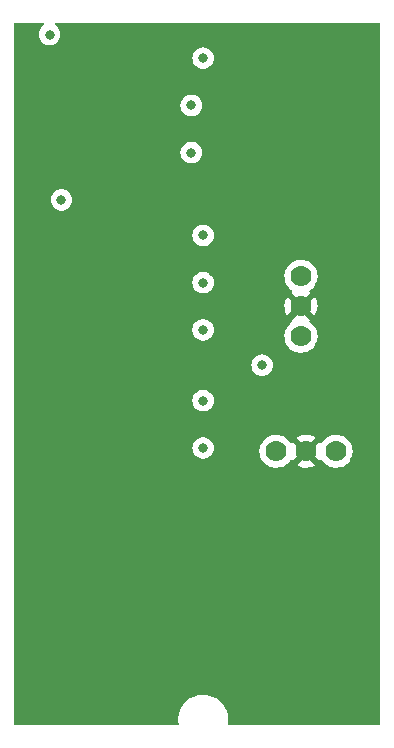
<source format=gbr>
%TF.GenerationSoftware,KiCad,Pcbnew,(6.0.4)*%
%TF.CreationDate,2022-11-04T10:04:38-04:00*%
%TF.ProjectId,controller board,636f6e74-726f-46c6-9c65-7220626f6172,rev?*%
%TF.SameCoordinates,Original*%
%TF.FileFunction,Copper,L2,Inr*%
%TF.FilePolarity,Positive*%
%FSLAX46Y46*%
G04 Gerber Fmt 4.6, Leading zero omitted, Abs format (unit mm)*
G04 Created by KiCad (PCBNEW (6.0.4)) date 2022-11-04 10:04:38*
%MOMM*%
%LPD*%
G01*
G04 APERTURE LIST*
%TA.AperFunction,ComponentPad*%
%ADD10C,1.778000*%
%TD*%
%TA.AperFunction,ViaPad*%
%ADD11C,0.800000*%
%TD*%
G04 APERTURE END LIST*
D10*
%TO.N,+24V*%
%TO.C,U2*%
X131254000Y-85286000D03*
%TO.N,GND*%
X128714000Y-85286000D03*
%TO.N,+12V*%
X126174000Y-85286000D03*
%TD*%
%TO.N,+24V*%
%TO.C,U1*%
X128286000Y-70460000D03*
%TO.N,GND*%
X128286000Y-73000000D03*
%TO.N,+3V3*%
X128286000Y-75540000D03*
%TD*%
D11*
%TO.N,GND*%
X129500000Y-91000000D03*
X134000000Y-64500000D03*
X109500000Y-78000000D03*
X121500000Y-101500000D03*
X120000000Y-100000000D03*
X123000000Y-98500000D03*
X111500000Y-50000000D03*
X134000000Y-69000000D03*
X122981048Y-99981808D03*
X123000000Y-104500000D03*
X134000000Y-91000000D03*
X134000000Y-66000000D03*
X123000000Y-101500000D03*
X126500000Y-91000000D03*
X120000000Y-101500000D03*
X132500000Y-66000000D03*
X131000000Y-91000000D03*
X134000000Y-67500000D03*
X132500000Y-64500000D03*
X122981048Y-102996739D03*
X120000000Y-98500000D03*
X132500000Y-91000000D03*
X132500000Y-67500000D03*
X121500000Y-97000000D03*
X121500000Y-98500000D03*
X121500000Y-103000000D03*
X128000000Y-91000000D03*
X121500000Y-100000000D03*
X120000000Y-103000000D03*
X123000000Y-97000000D03*
%TO.N,+3V3*%
X120000000Y-52000000D03*
%TO.N,/CH1 EN*%
X107000000Y-50000000D03*
%TO.N,/CH1 CW*%
X119000000Y-56000000D03*
%TO.N,/CH1 WW*%
X108000000Y-64000000D03*
X119000000Y-60000000D03*
%TO.N,/CH2 EN*%
X120000000Y-67000000D03*
%TO.N,/CH2 CW*%
X120000000Y-71000000D03*
%TO.N,/CH2 WW*%
X120000000Y-75000000D03*
%TO.N,/CH3 EN*%
X120000000Y-81000000D03*
%TO.N,/CH3 CW*%
X120000000Y-85000000D03*
%TO.N,/CH3 WW*%
X125000000Y-78000000D03*
%TD*%
%TA.AperFunction,Conductor*%
%TO.N,GND*%
G36*
X106511083Y-49020002D02*
G01*
X106557576Y-49073658D01*
X106567680Y-49143932D01*
X106538186Y-49208512D01*
X106517025Y-49227934D01*
X106388747Y-49321134D01*
X106260960Y-49463056D01*
X106165473Y-49628444D01*
X106106458Y-49810072D01*
X106086496Y-50000000D01*
X106106458Y-50189928D01*
X106165473Y-50371556D01*
X106260960Y-50536944D01*
X106388747Y-50678866D01*
X106543248Y-50791118D01*
X106549276Y-50793802D01*
X106549278Y-50793803D01*
X106711681Y-50866109D01*
X106717712Y-50868794D01*
X106811112Y-50888647D01*
X106898056Y-50907128D01*
X106898061Y-50907128D01*
X106904513Y-50908500D01*
X107095487Y-50908500D01*
X107101939Y-50907128D01*
X107101944Y-50907128D01*
X107188887Y-50888647D01*
X107282288Y-50868794D01*
X107288319Y-50866109D01*
X107450722Y-50793803D01*
X107450724Y-50793802D01*
X107456752Y-50791118D01*
X107611253Y-50678866D01*
X107739040Y-50536944D01*
X107834527Y-50371556D01*
X107893542Y-50189928D01*
X107913504Y-50000000D01*
X107893542Y-49810072D01*
X107834527Y-49628444D01*
X107739040Y-49463056D01*
X107611253Y-49321134D01*
X107482976Y-49227935D01*
X107439623Y-49171714D01*
X107433548Y-49100978D01*
X107466679Y-49038186D01*
X107528499Y-49003274D01*
X107557038Y-49000000D01*
X134874000Y-49000000D01*
X134942121Y-49020002D01*
X134988614Y-49073658D01*
X135000000Y-49126000D01*
X135000000Y-108374000D01*
X134979998Y-108442121D01*
X134926342Y-108488614D01*
X134874000Y-108500000D01*
X122203822Y-108500000D01*
X122135701Y-108479998D01*
X122089208Y-108426342D01*
X122079079Y-108356247D01*
X122107146Y-108159036D01*
X122107146Y-108159034D01*
X122107751Y-108154784D01*
X122107845Y-108136951D01*
X122109235Y-107871583D01*
X122109235Y-107871576D01*
X122109257Y-107867297D01*
X122071732Y-107582266D01*
X121995871Y-107304964D01*
X121883077Y-107040524D01*
X121735439Y-106793839D01*
X121555687Y-106569472D01*
X121347149Y-106371577D01*
X121113683Y-106203814D01*
X121091843Y-106192250D01*
X121068654Y-106179972D01*
X120859608Y-106069288D01*
X120589627Y-105970489D01*
X120308736Y-105909245D01*
X120277685Y-105906801D01*
X120085718Y-105891693D01*
X120085709Y-105891693D01*
X120083261Y-105891500D01*
X119927729Y-105891500D01*
X119925593Y-105891646D01*
X119925582Y-105891646D01*
X119717452Y-105905835D01*
X119717446Y-105905836D01*
X119713175Y-105906127D01*
X119708980Y-105906996D01*
X119708978Y-105906996D01*
X119572416Y-105935277D01*
X119431658Y-105964426D01*
X119160657Y-106060393D01*
X118905188Y-106192250D01*
X118901687Y-106194711D01*
X118901683Y-106194713D01*
X118891594Y-106201804D01*
X118669977Y-106357559D01*
X118459378Y-106553260D01*
X118277287Y-106775732D01*
X118127073Y-107020858D01*
X118011517Y-107284102D01*
X117932756Y-107560594D01*
X117892249Y-107845216D01*
X117892227Y-107849505D01*
X117892226Y-107849512D01*
X117890765Y-108128417D01*
X117890743Y-108132703D01*
X117891302Y-108136947D01*
X117891302Y-108136951D01*
X117920345Y-108357554D01*
X117909406Y-108427703D01*
X117862277Y-108480801D01*
X117795423Y-108500000D01*
X104126000Y-108500000D01*
X104057879Y-108479998D01*
X104011386Y-108426342D01*
X104000000Y-108374000D01*
X104000000Y-85000000D01*
X119086496Y-85000000D01*
X119106458Y-85189928D01*
X119165473Y-85371556D01*
X119260960Y-85536944D01*
X119265378Y-85541851D01*
X119265379Y-85541852D01*
X119363123Y-85650408D01*
X119388747Y-85678866D01*
X119543248Y-85791118D01*
X119549276Y-85793802D01*
X119549278Y-85793803D01*
X119711681Y-85866109D01*
X119717712Y-85868794D01*
X119811113Y-85888647D01*
X119898056Y-85907128D01*
X119898061Y-85907128D01*
X119904513Y-85908500D01*
X120095487Y-85908500D01*
X120101939Y-85907128D01*
X120101944Y-85907128D01*
X120188887Y-85888647D01*
X120282288Y-85868794D01*
X120288319Y-85866109D01*
X120450722Y-85793803D01*
X120450724Y-85793802D01*
X120456752Y-85791118D01*
X120611253Y-85678866D01*
X120636877Y-85650408D01*
X120734621Y-85541852D01*
X120734622Y-85541851D01*
X120739040Y-85536944D01*
X120834527Y-85371556D01*
X120873458Y-85251739D01*
X124772129Y-85251739D01*
X124785357Y-85481161D01*
X124786492Y-85486198D01*
X124786493Y-85486204D01*
X124797928Y-85536944D01*
X124835878Y-85705342D01*
X124922336Y-85918261D01*
X125042408Y-86114200D01*
X125192869Y-86287898D01*
X125369679Y-86434689D01*
X125568090Y-86550631D01*
X125572910Y-86552471D01*
X125572915Y-86552474D01*
X125678073Y-86592629D01*
X125782774Y-86632610D01*
X125787842Y-86633641D01*
X125787845Y-86633642D01*
X125898534Y-86656162D01*
X126007963Y-86678426D01*
X126013136Y-86678616D01*
X126013139Y-86678616D01*
X126232448Y-86686657D01*
X126232452Y-86686657D01*
X126237612Y-86686846D01*
X126242732Y-86686190D01*
X126242734Y-86686190D01*
X126460425Y-86658304D01*
X126460428Y-86658303D01*
X126465552Y-86657647D01*
X126472139Y-86655671D01*
X126680710Y-86593096D01*
X126685663Y-86591610D01*
X126892033Y-86490511D01*
X126896845Y-86487079D01*
X126963737Y-86439365D01*
X127925464Y-86439365D01*
X127930745Y-86446420D01*
X128103846Y-86547571D01*
X128113132Y-86552021D01*
X128318083Y-86630283D01*
X128327981Y-86633159D01*
X128542962Y-86676897D01*
X128553190Y-86678116D01*
X128772425Y-86686156D01*
X128782711Y-86685689D01*
X129000320Y-86657813D01*
X129010398Y-86655671D01*
X129220527Y-86592629D01*
X129230125Y-86588868D01*
X129427138Y-86492352D01*
X129435983Y-86487079D01*
X129491209Y-86447686D01*
X129499609Y-86436987D01*
X129492622Y-86423833D01*
X128726811Y-85658021D01*
X128712868Y-85650408D01*
X128711034Y-85650539D01*
X128704420Y-85654790D01*
X127932221Y-86426990D01*
X127925464Y-86439365D01*
X126963737Y-86439365D01*
X127074916Y-86360062D01*
X127079119Y-86357064D01*
X127241898Y-86194852D01*
X127332003Y-86069458D01*
X127342005Y-86055538D01*
X127398000Y-86011890D01*
X127468703Y-86005444D01*
X127531668Y-86038247D01*
X127551761Y-86063229D01*
X127552100Y-86063782D01*
X127562555Y-86073241D01*
X127571331Y-86069458D01*
X128341979Y-85298811D01*
X128348356Y-85287132D01*
X129078408Y-85287132D01*
X129078539Y-85288966D01*
X129082790Y-85295580D01*
X129852425Y-86065214D01*
X129864431Y-86071770D01*
X129876169Y-86062803D01*
X129881403Y-86055518D01*
X129937397Y-86011870D01*
X130008101Y-86005423D01*
X130071066Y-86038225D01*
X130091160Y-86063208D01*
X130122408Y-86114200D01*
X130272869Y-86287898D01*
X130449679Y-86434689D01*
X130648090Y-86550631D01*
X130652910Y-86552471D01*
X130652915Y-86552474D01*
X130758073Y-86592629D01*
X130862774Y-86632610D01*
X130867842Y-86633641D01*
X130867845Y-86633642D01*
X130978534Y-86656162D01*
X131087963Y-86678426D01*
X131093136Y-86678616D01*
X131093139Y-86678616D01*
X131312448Y-86686657D01*
X131312452Y-86686657D01*
X131317612Y-86686846D01*
X131322732Y-86686190D01*
X131322734Y-86686190D01*
X131540425Y-86658304D01*
X131540428Y-86658303D01*
X131545552Y-86657647D01*
X131552139Y-86655671D01*
X131760710Y-86593096D01*
X131765663Y-86591610D01*
X131972033Y-86490511D01*
X131976845Y-86487079D01*
X132154916Y-86360062D01*
X132159119Y-86357064D01*
X132321898Y-86194852D01*
X132412003Y-86069458D01*
X132452979Y-86012433D01*
X132455997Y-86008233D01*
X132557816Y-85802217D01*
X132573739Y-85749808D01*
X132623117Y-85587291D01*
X132623118Y-85587285D01*
X132624621Y-85582339D01*
X132640544Y-85461389D01*
X132654179Y-85357823D01*
X132654179Y-85357819D01*
X132654616Y-85354502D01*
X132656290Y-85286000D01*
X132650058Y-85210194D01*
X132637884Y-85062121D01*
X132637883Y-85062115D01*
X132637460Y-85056970D01*
X132581477Y-84834090D01*
X132489843Y-84623347D01*
X132487037Y-84619009D01*
X132367830Y-84434743D01*
X132367828Y-84434740D01*
X132365020Y-84430400D01*
X132265596Y-84321134D01*
X132213837Y-84264252D01*
X132213835Y-84264251D01*
X132210359Y-84260430D01*
X132206308Y-84257231D01*
X132206304Y-84257227D01*
X132046733Y-84131206D01*
X132030015Y-84118003D01*
X131828831Y-84006943D01*
X131711611Y-83965433D01*
X131617084Y-83931959D01*
X131617080Y-83931958D01*
X131612209Y-83930233D01*
X131607116Y-83929326D01*
X131607113Y-83929325D01*
X131391056Y-83890839D01*
X131391050Y-83890838D01*
X131385967Y-83889933D01*
X131312784Y-83889039D01*
X131161351Y-83887189D01*
X131161349Y-83887189D01*
X131156181Y-83887126D01*
X131004610Y-83910319D01*
X130934131Y-83921104D01*
X130934128Y-83921105D01*
X130929022Y-83921886D01*
X130906263Y-83929325D01*
X130715504Y-83991675D01*
X130715502Y-83991676D01*
X130710591Y-83993281D01*
X130506753Y-84099392D01*
X130502620Y-84102495D01*
X130502617Y-84102497D01*
X130327118Y-84234265D01*
X130322983Y-84237370D01*
X130164216Y-84403510D01*
X130161302Y-84407782D01*
X130161301Y-84407783D01*
X130123596Y-84463056D01*
X130092261Y-84508993D01*
X130087759Y-84515592D01*
X130032848Y-84560595D01*
X129962323Y-84568766D01*
X129898576Y-84537512D01*
X129877879Y-84513029D01*
X129875268Y-84508993D01*
X129864582Y-84499791D01*
X129855017Y-84504194D01*
X129086021Y-85273189D01*
X129078408Y-85287132D01*
X128348356Y-85287132D01*
X128349592Y-85284868D01*
X128349461Y-85283034D01*
X128345210Y-85276420D01*
X127575778Y-84506989D01*
X127564246Y-84500692D01*
X127551965Y-84510314D01*
X127548360Y-84515599D01*
X127493448Y-84560602D01*
X127422923Y-84568773D01*
X127359176Y-84537519D01*
X127338479Y-84513035D01*
X127287830Y-84434743D01*
X127287828Y-84434740D01*
X127285020Y-84430400D01*
X127185596Y-84321134D01*
X127133837Y-84264252D01*
X127133835Y-84264251D01*
X127130359Y-84260430D01*
X127126308Y-84257231D01*
X127126304Y-84257227D01*
X126970993Y-84134570D01*
X127927365Y-84134570D01*
X127934108Y-84146897D01*
X128701189Y-84913979D01*
X128715132Y-84921592D01*
X128716966Y-84921461D01*
X128723580Y-84917210D01*
X129495162Y-84145627D01*
X129502179Y-84132776D01*
X129494405Y-84122107D01*
X129493796Y-84121625D01*
X129485210Y-84115921D01*
X129293151Y-84009900D01*
X129283752Y-84005675D01*
X129076950Y-83932443D01*
X129066993Y-83929813D01*
X128851008Y-83891339D01*
X128840757Y-83890370D01*
X128621386Y-83887690D01*
X128611102Y-83888410D01*
X128394251Y-83921592D01*
X128384224Y-83923981D01*
X128175704Y-83992135D01*
X128166195Y-83996132D01*
X127971603Y-84097431D01*
X127962890Y-84102918D01*
X127935819Y-84123244D01*
X127927365Y-84134570D01*
X126970993Y-84134570D01*
X126966733Y-84131206D01*
X126950015Y-84118003D01*
X126748831Y-84006943D01*
X126631611Y-83965433D01*
X126537084Y-83931959D01*
X126537080Y-83931958D01*
X126532209Y-83930233D01*
X126527116Y-83929326D01*
X126527113Y-83929325D01*
X126311056Y-83890839D01*
X126311050Y-83890838D01*
X126305967Y-83889933D01*
X126232784Y-83889039D01*
X126081351Y-83887189D01*
X126081349Y-83887189D01*
X126076181Y-83887126D01*
X125924610Y-83910319D01*
X125854131Y-83921104D01*
X125854128Y-83921105D01*
X125849022Y-83921886D01*
X125826263Y-83929325D01*
X125635504Y-83991675D01*
X125635502Y-83991676D01*
X125630591Y-83993281D01*
X125426753Y-84099392D01*
X125422620Y-84102495D01*
X125422617Y-84102497D01*
X125247118Y-84234265D01*
X125242983Y-84237370D01*
X125084216Y-84403510D01*
X125081302Y-84407782D01*
X125081301Y-84407783D01*
X125043596Y-84463056D01*
X124954716Y-84593350D01*
X124857961Y-84801792D01*
X124796548Y-85023237D01*
X124772129Y-85251739D01*
X120873458Y-85251739D01*
X120893542Y-85189928D01*
X120913504Y-85000000D01*
X120904463Y-84913979D01*
X120894232Y-84816635D01*
X120894232Y-84816633D01*
X120893542Y-84810072D01*
X120834527Y-84628444D01*
X120814266Y-84593350D01*
X120742341Y-84468774D01*
X120739040Y-84463056D01*
X120709637Y-84430400D01*
X120615675Y-84326045D01*
X120615674Y-84326044D01*
X120611253Y-84321134D01*
X120456752Y-84208882D01*
X120450724Y-84206198D01*
X120450722Y-84206197D01*
X120288319Y-84133891D01*
X120288318Y-84133891D01*
X120282288Y-84131206D01*
X120188888Y-84111353D01*
X120101944Y-84092872D01*
X120101939Y-84092872D01*
X120095487Y-84091500D01*
X119904513Y-84091500D01*
X119898061Y-84092872D01*
X119898056Y-84092872D01*
X119811112Y-84111353D01*
X119717712Y-84131206D01*
X119711682Y-84133891D01*
X119711681Y-84133891D01*
X119549278Y-84206197D01*
X119549276Y-84206198D01*
X119543248Y-84208882D01*
X119388747Y-84321134D01*
X119384326Y-84326044D01*
X119384325Y-84326045D01*
X119290364Y-84430400D01*
X119260960Y-84463056D01*
X119257659Y-84468774D01*
X119185735Y-84593350D01*
X119165473Y-84628444D01*
X119106458Y-84810072D01*
X119105768Y-84816633D01*
X119105768Y-84816635D01*
X119095537Y-84913979D01*
X119086496Y-85000000D01*
X104000000Y-85000000D01*
X104000000Y-81000000D01*
X119086496Y-81000000D01*
X119106458Y-81189928D01*
X119165473Y-81371556D01*
X119260960Y-81536944D01*
X119388747Y-81678866D01*
X119543248Y-81791118D01*
X119549276Y-81793802D01*
X119549278Y-81793803D01*
X119711681Y-81866109D01*
X119717712Y-81868794D01*
X119811113Y-81888647D01*
X119898056Y-81907128D01*
X119898061Y-81907128D01*
X119904513Y-81908500D01*
X120095487Y-81908500D01*
X120101939Y-81907128D01*
X120101944Y-81907128D01*
X120188887Y-81888647D01*
X120282288Y-81868794D01*
X120288319Y-81866109D01*
X120450722Y-81793803D01*
X120450724Y-81793802D01*
X120456752Y-81791118D01*
X120611253Y-81678866D01*
X120739040Y-81536944D01*
X120834527Y-81371556D01*
X120893542Y-81189928D01*
X120913504Y-81000000D01*
X120893542Y-80810072D01*
X120834527Y-80628444D01*
X120739040Y-80463056D01*
X120611253Y-80321134D01*
X120456752Y-80208882D01*
X120450724Y-80206198D01*
X120450722Y-80206197D01*
X120288319Y-80133891D01*
X120288318Y-80133891D01*
X120282288Y-80131206D01*
X120188888Y-80111353D01*
X120101944Y-80092872D01*
X120101939Y-80092872D01*
X120095487Y-80091500D01*
X119904513Y-80091500D01*
X119898061Y-80092872D01*
X119898056Y-80092872D01*
X119811112Y-80111353D01*
X119717712Y-80131206D01*
X119711682Y-80133891D01*
X119711681Y-80133891D01*
X119549278Y-80206197D01*
X119549276Y-80206198D01*
X119543248Y-80208882D01*
X119388747Y-80321134D01*
X119260960Y-80463056D01*
X119165473Y-80628444D01*
X119106458Y-80810072D01*
X119086496Y-81000000D01*
X104000000Y-81000000D01*
X104000000Y-78000000D01*
X124086496Y-78000000D01*
X124106458Y-78189928D01*
X124165473Y-78371556D01*
X124260960Y-78536944D01*
X124388747Y-78678866D01*
X124543248Y-78791118D01*
X124549276Y-78793802D01*
X124549278Y-78793803D01*
X124711681Y-78866109D01*
X124717712Y-78868794D01*
X124811112Y-78888647D01*
X124898056Y-78907128D01*
X124898061Y-78907128D01*
X124904513Y-78908500D01*
X125095487Y-78908500D01*
X125101939Y-78907128D01*
X125101944Y-78907128D01*
X125188888Y-78888647D01*
X125282288Y-78868794D01*
X125288319Y-78866109D01*
X125450722Y-78793803D01*
X125450724Y-78793802D01*
X125456752Y-78791118D01*
X125611253Y-78678866D01*
X125739040Y-78536944D01*
X125834527Y-78371556D01*
X125893542Y-78189928D01*
X125913504Y-78000000D01*
X125893542Y-77810072D01*
X125834527Y-77628444D01*
X125739040Y-77463056D01*
X125611253Y-77321134D01*
X125456752Y-77208882D01*
X125450724Y-77206198D01*
X125450722Y-77206197D01*
X125288319Y-77133891D01*
X125288318Y-77133891D01*
X125282288Y-77131206D01*
X125188888Y-77111353D01*
X125101944Y-77092872D01*
X125101939Y-77092872D01*
X125095487Y-77091500D01*
X124904513Y-77091500D01*
X124898061Y-77092872D01*
X124898056Y-77092872D01*
X124811112Y-77111353D01*
X124717712Y-77131206D01*
X124711682Y-77133891D01*
X124711681Y-77133891D01*
X124549278Y-77206197D01*
X124549276Y-77206198D01*
X124543248Y-77208882D01*
X124388747Y-77321134D01*
X124260960Y-77463056D01*
X124165473Y-77628444D01*
X124106458Y-77810072D01*
X124086496Y-78000000D01*
X104000000Y-78000000D01*
X104000000Y-75000000D01*
X119086496Y-75000000D01*
X119087186Y-75006565D01*
X119096282Y-75093104D01*
X119106458Y-75189928D01*
X119165473Y-75371556D01*
X119260960Y-75536944D01*
X119388747Y-75678866D01*
X119543248Y-75791118D01*
X119549276Y-75793802D01*
X119549278Y-75793803D01*
X119711681Y-75866109D01*
X119717712Y-75868794D01*
X119811112Y-75888647D01*
X119898056Y-75907128D01*
X119898061Y-75907128D01*
X119904513Y-75908500D01*
X120095487Y-75908500D01*
X120101939Y-75907128D01*
X120101944Y-75907128D01*
X120188888Y-75888647D01*
X120282288Y-75868794D01*
X120288319Y-75866109D01*
X120450722Y-75793803D01*
X120450724Y-75793802D01*
X120456752Y-75791118D01*
X120611253Y-75678866D01*
X120739040Y-75536944D01*
X120757056Y-75505739D01*
X126884129Y-75505739D01*
X126884426Y-75510892D01*
X126884426Y-75510895D01*
X126885911Y-75536646D01*
X126897357Y-75735161D01*
X126898492Y-75740198D01*
X126898493Y-75740204D01*
X126909967Y-75791118D01*
X126947878Y-75959342D01*
X127034336Y-76172261D01*
X127154408Y-76368200D01*
X127304869Y-76541898D01*
X127481679Y-76688689D01*
X127680090Y-76804631D01*
X127684910Y-76806471D01*
X127684915Y-76806474D01*
X127791296Y-76847096D01*
X127894774Y-76886610D01*
X127899842Y-76887641D01*
X127899845Y-76887642D01*
X128010534Y-76910162D01*
X128119963Y-76932426D01*
X128125136Y-76932616D01*
X128125139Y-76932616D01*
X128344448Y-76940657D01*
X128344452Y-76940657D01*
X128349612Y-76940846D01*
X128354732Y-76940190D01*
X128354734Y-76940190D01*
X128572425Y-76912304D01*
X128572428Y-76912303D01*
X128577552Y-76911647D01*
X128797663Y-76845610D01*
X129004033Y-76744511D01*
X129191119Y-76611064D01*
X129353898Y-76448852D01*
X129487997Y-76262233D01*
X129589816Y-76056217D01*
X129605739Y-76003808D01*
X129655117Y-75841291D01*
X129655118Y-75841285D01*
X129656621Y-75836339D01*
X129676841Y-75682749D01*
X129686179Y-75611823D01*
X129686179Y-75611819D01*
X129686616Y-75608502D01*
X129688290Y-75540000D01*
X129674441Y-75371556D01*
X129669884Y-75316121D01*
X129669883Y-75316115D01*
X129669460Y-75310970D01*
X129613477Y-75088090D01*
X129521843Y-74877347D01*
X129519037Y-74873009D01*
X129399830Y-74688743D01*
X129399828Y-74688740D01*
X129397020Y-74684400D01*
X129340897Y-74622721D01*
X129245837Y-74518252D01*
X129245835Y-74518251D01*
X129242359Y-74514430D01*
X129238308Y-74511231D01*
X129238304Y-74511227D01*
X129066072Y-74375207D01*
X129062015Y-74372003D01*
X129061224Y-74371567D01*
X129016351Y-74318161D01*
X129007316Y-74247742D01*
X129037788Y-74183617D01*
X129058579Y-74164988D01*
X129063210Y-74161685D01*
X129071609Y-74150987D01*
X129064622Y-74137833D01*
X128298811Y-73372021D01*
X128284868Y-73364408D01*
X128283034Y-73364539D01*
X128276420Y-73368790D01*
X127504221Y-74140990D01*
X127497464Y-74153365D01*
X127502745Y-74160420D01*
X127503784Y-74161027D01*
X127552508Y-74212665D01*
X127565579Y-74282448D01*
X127538848Y-74348220D01*
X127515867Y-74370575D01*
X127392694Y-74463056D01*
X127354983Y-74491370D01*
X127196216Y-74657510D01*
X127066716Y-74847350D01*
X127018338Y-74951571D01*
X126995859Y-75000000D01*
X126969961Y-75055792D01*
X126908548Y-75277237D01*
X126884129Y-75505739D01*
X120757056Y-75505739D01*
X120834527Y-75371556D01*
X120893542Y-75189928D01*
X120903719Y-75093104D01*
X120912814Y-75006565D01*
X120913504Y-75000000D01*
X120900157Y-74873009D01*
X120894232Y-74816635D01*
X120894232Y-74816633D01*
X120893542Y-74810072D01*
X120834527Y-74628444D01*
X120739040Y-74463056D01*
X120659941Y-74375207D01*
X120615675Y-74326045D01*
X120615674Y-74326044D01*
X120611253Y-74321134D01*
X120456752Y-74208882D01*
X120450724Y-74206198D01*
X120450722Y-74206197D01*
X120288319Y-74133891D01*
X120288318Y-74133891D01*
X120282288Y-74131206D01*
X120188888Y-74111353D01*
X120101944Y-74092872D01*
X120101939Y-74092872D01*
X120095487Y-74091500D01*
X119904513Y-74091500D01*
X119898061Y-74092872D01*
X119898056Y-74092872D01*
X119811112Y-74111353D01*
X119717712Y-74131206D01*
X119711682Y-74133891D01*
X119711681Y-74133891D01*
X119549278Y-74206197D01*
X119549276Y-74206198D01*
X119543248Y-74208882D01*
X119388747Y-74321134D01*
X119384326Y-74326044D01*
X119384325Y-74326045D01*
X119340060Y-74375207D01*
X119260960Y-74463056D01*
X119165473Y-74628444D01*
X119106458Y-74810072D01*
X119105768Y-74816633D01*
X119105768Y-74816635D01*
X119099843Y-74873009D01*
X119086496Y-75000000D01*
X104000000Y-75000000D01*
X104000000Y-72970907D01*
X126884927Y-72970907D01*
X126897557Y-73189932D01*
X126898990Y-73200134D01*
X126947219Y-73414143D01*
X126950302Y-73423983D01*
X127032837Y-73627240D01*
X127037490Y-73636451D01*
X127124098Y-73777780D01*
X127134555Y-73787241D01*
X127143331Y-73783458D01*
X127913979Y-73012811D01*
X127920356Y-73001132D01*
X128650408Y-73001132D01*
X128650539Y-73002966D01*
X128654790Y-73009580D01*
X129424425Y-73779214D01*
X129436431Y-73785770D01*
X129448170Y-73776802D01*
X129484549Y-73726174D01*
X129489860Y-73717335D01*
X129587056Y-73520675D01*
X129590854Y-73511082D01*
X129654628Y-73301177D01*
X129656805Y-73291107D01*
X129685677Y-73071799D01*
X129686196Y-73065124D01*
X129687706Y-73003364D01*
X129687512Y-72996646D01*
X129669389Y-72776203D01*
X129667706Y-72766041D01*
X129614261Y-72553263D01*
X129610943Y-72543516D01*
X129523462Y-72342323D01*
X129518595Y-72333246D01*
X129447268Y-72222993D01*
X129436582Y-72213791D01*
X129427017Y-72218194D01*
X128658021Y-72987189D01*
X128650408Y-73001132D01*
X127920356Y-73001132D01*
X127921592Y-72998868D01*
X127921461Y-72997034D01*
X127917210Y-72990420D01*
X127147778Y-72220989D01*
X127136246Y-72214692D01*
X127123964Y-72224315D01*
X127070064Y-72303329D01*
X127064976Y-72312285D01*
X126972611Y-72511270D01*
X126969048Y-72520957D01*
X126910424Y-72732347D01*
X126908493Y-72742468D01*
X126885178Y-72960619D01*
X126884927Y-72970907D01*
X104000000Y-72970907D01*
X104000000Y-71000000D01*
X119086496Y-71000000D01*
X119087186Y-71006565D01*
X119105162Y-71177594D01*
X119106458Y-71189928D01*
X119165473Y-71371556D01*
X119260960Y-71536944D01*
X119265378Y-71541851D01*
X119265379Y-71541852D01*
X119325559Y-71608689D01*
X119388747Y-71678866D01*
X119487843Y-71750864D01*
X119526257Y-71778773D01*
X119543248Y-71791118D01*
X119549276Y-71793802D01*
X119549278Y-71793803D01*
X119697122Y-71859627D01*
X119717712Y-71868794D01*
X119811112Y-71888647D01*
X119898056Y-71907128D01*
X119898061Y-71907128D01*
X119904513Y-71908500D01*
X120095487Y-71908500D01*
X120101939Y-71907128D01*
X120101944Y-71907128D01*
X120188888Y-71888647D01*
X120282288Y-71868794D01*
X120302878Y-71859627D01*
X120450722Y-71793803D01*
X120450724Y-71793802D01*
X120456752Y-71791118D01*
X120473744Y-71778773D01*
X120512157Y-71750864D01*
X120611253Y-71678866D01*
X120674441Y-71608689D01*
X120734621Y-71541852D01*
X120734622Y-71541851D01*
X120739040Y-71536944D01*
X120834527Y-71371556D01*
X120893542Y-71189928D01*
X120894839Y-71177594D01*
X120912814Y-71006565D01*
X120913504Y-71000000D01*
X120910484Y-70971263D01*
X120894232Y-70816635D01*
X120894232Y-70816633D01*
X120893542Y-70810072D01*
X120834527Y-70628444D01*
X120739040Y-70463056D01*
X120733269Y-70456646D01*
X120705440Y-70425739D01*
X126884129Y-70425739D01*
X126884426Y-70430892D01*
X126884426Y-70430895D01*
X126886298Y-70463365D01*
X126897357Y-70655161D01*
X126898492Y-70660198D01*
X126898493Y-70660204D01*
X126932267Y-70810072D01*
X126947878Y-70879342D01*
X127034336Y-71092261D01*
X127154408Y-71288200D01*
X127304869Y-71461898D01*
X127481679Y-71608689D01*
X127486140Y-71611296D01*
X127486146Y-71611300D01*
X127497374Y-71617861D01*
X127503818Y-71621626D01*
X127552542Y-71673262D01*
X127565614Y-71743045D01*
X127538884Y-71808818D01*
X127515903Y-71831174D01*
X127507819Y-71837244D01*
X127499365Y-71848570D01*
X127506108Y-71860897D01*
X128273189Y-72627979D01*
X128287132Y-72635592D01*
X128288966Y-72635461D01*
X128295580Y-72631210D01*
X129067162Y-71859627D01*
X129074179Y-71846776D01*
X129066405Y-71836107D01*
X129065792Y-71835623D01*
X129062037Y-71833128D01*
X129016363Y-71778773D01*
X129007327Y-71708354D01*
X129037796Y-71644228D01*
X129058589Y-71625598D01*
X129186908Y-71534069D01*
X129186918Y-71534060D01*
X129191119Y-71531064D01*
X129353898Y-71368852D01*
X129487997Y-71182233D01*
X129589816Y-70976217D01*
X129605739Y-70923808D01*
X129655117Y-70761291D01*
X129655118Y-70761285D01*
X129656621Y-70756339D01*
X129686616Y-70528502D01*
X129688290Y-70460000D01*
X129676554Y-70317251D01*
X129669884Y-70236121D01*
X129669883Y-70236115D01*
X129669460Y-70230970D01*
X129613477Y-70008090D01*
X129521843Y-69797347D01*
X129519037Y-69793009D01*
X129399830Y-69608743D01*
X129399828Y-69608740D01*
X129397020Y-69604400D01*
X129242359Y-69434430D01*
X129238308Y-69431231D01*
X129238304Y-69431227D01*
X129066073Y-69295208D01*
X129062015Y-69292003D01*
X128860831Y-69180943D01*
X128743611Y-69139433D01*
X128649084Y-69105959D01*
X128649080Y-69105958D01*
X128644209Y-69104233D01*
X128639116Y-69103326D01*
X128639113Y-69103325D01*
X128423056Y-69064839D01*
X128423050Y-69064838D01*
X128417967Y-69063933D01*
X128344784Y-69063039D01*
X128193351Y-69061189D01*
X128193349Y-69061189D01*
X128188181Y-69061126D01*
X128036610Y-69084319D01*
X127966131Y-69095104D01*
X127966128Y-69095105D01*
X127961022Y-69095886D01*
X127956110Y-69097491D01*
X127956112Y-69097491D01*
X127747504Y-69165675D01*
X127747502Y-69165676D01*
X127742591Y-69167281D01*
X127538753Y-69273392D01*
X127534620Y-69276495D01*
X127534617Y-69276497D01*
X127359118Y-69408265D01*
X127354983Y-69411370D01*
X127196216Y-69577510D01*
X127066716Y-69767350D01*
X126969961Y-69975792D01*
X126908548Y-70197237D01*
X126907999Y-70202371D01*
X126907999Y-70202373D01*
X126906889Y-70212763D01*
X126884129Y-70425739D01*
X120705440Y-70425739D01*
X120615675Y-70326045D01*
X120615674Y-70326044D01*
X120611253Y-70321134D01*
X120494243Y-70236121D01*
X120462094Y-70212763D01*
X120462093Y-70212762D01*
X120456752Y-70208882D01*
X120450724Y-70206198D01*
X120450722Y-70206197D01*
X120288319Y-70133891D01*
X120288318Y-70133891D01*
X120282288Y-70131206D01*
X120188888Y-70111353D01*
X120101944Y-70092872D01*
X120101939Y-70092872D01*
X120095487Y-70091500D01*
X119904513Y-70091500D01*
X119898061Y-70092872D01*
X119898056Y-70092872D01*
X119811112Y-70111353D01*
X119717712Y-70131206D01*
X119711682Y-70133891D01*
X119711681Y-70133891D01*
X119549278Y-70206197D01*
X119549276Y-70206198D01*
X119543248Y-70208882D01*
X119537907Y-70212762D01*
X119537906Y-70212763D01*
X119505757Y-70236121D01*
X119388747Y-70321134D01*
X119384326Y-70326044D01*
X119384325Y-70326045D01*
X119266732Y-70456646D01*
X119260960Y-70463056D01*
X119165473Y-70628444D01*
X119106458Y-70810072D01*
X119105768Y-70816633D01*
X119105768Y-70816635D01*
X119089516Y-70971263D01*
X119086496Y-71000000D01*
X104000000Y-71000000D01*
X104000000Y-67000000D01*
X119086496Y-67000000D01*
X119106458Y-67189928D01*
X119165473Y-67371556D01*
X119260960Y-67536944D01*
X119388747Y-67678866D01*
X119543248Y-67791118D01*
X119549276Y-67793802D01*
X119549278Y-67793803D01*
X119711681Y-67866109D01*
X119717712Y-67868794D01*
X119811112Y-67888647D01*
X119898056Y-67907128D01*
X119898061Y-67907128D01*
X119904513Y-67908500D01*
X120095487Y-67908500D01*
X120101939Y-67907128D01*
X120101944Y-67907128D01*
X120188888Y-67888647D01*
X120282288Y-67868794D01*
X120288319Y-67866109D01*
X120450722Y-67793803D01*
X120450724Y-67793802D01*
X120456752Y-67791118D01*
X120611253Y-67678866D01*
X120739040Y-67536944D01*
X120834527Y-67371556D01*
X120893542Y-67189928D01*
X120913504Y-67000000D01*
X120893542Y-66810072D01*
X120834527Y-66628444D01*
X120739040Y-66463056D01*
X120611253Y-66321134D01*
X120456752Y-66208882D01*
X120450724Y-66206198D01*
X120450722Y-66206197D01*
X120288319Y-66133891D01*
X120288318Y-66133891D01*
X120282288Y-66131206D01*
X120188888Y-66111353D01*
X120101944Y-66092872D01*
X120101939Y-66092872D01*
X120095487Y-66091500D01*
X119904513Y-66091500D01*
X119898061Y-66092872D01*
X119898056Y-66092872D01*
X119811112Y-66111353D01*
X119717712Y-66131206D01*
X119711682Y-66133891D01*
X119711681Y-66133891D01*
X119549278Y-66206197D01*
X119549276Y-66206198D01*
X119543248Y-66208882D01*
X119388747Y-66321134D01*
X119260960Y-66463056D01*
X119165473Y-66628444D01*
X119106458Y-66810072D01*
X119086496Y-67000000D01*
X104000000Y-67000000D01*
X104000000Y-64000000D01*
X107086496Y-64000000D01*
X107106458Y-64189928D01*
X107165473Y-64371556D01*
X107260960Y-64536944D01*
X107388747Y-64678866D01*
X107543248Y-64791118D01*
X107549276Y-64793802D01*
X107549278Y-64793803D01*
X107711681Y-64866109D01*
X107717712Y-64868794D01*
X107811113Y-64888647D01*
X107898056Y-64907128D01*
X107898061Y-64907128D01*
X107904513Y-64908500D01*
X108095487Y-64908500D01*
X108101939Y-64907128D01*
X108101944Y-64907128D01*
X108188887Y-64888647D01*
X108282288Y-64868794D01*
X108288319Y-64866109D01*
X108450722Y-64793803D01*
X108450724Y-64793802D01*
X108456752Y-64791118D01*
X108611253Y-64678866D01*
X108739040Y-64536944D01*
X108834527Y-64371556D01*
X108893542Y-64189928D01*
X108913504Y-64000000D01*
X108893542Y-63810072D01*
X108834527Y-63628444D01*
X108739040Y-63463056D01*
X108611253Y-63321134D01*
X108456752Y-63208882D01*
X108450724Y-63206198D01*
X108450722Y-63206197D01*
X108288319Y-63133891D01*
X108288318Y-63133891D01*
X108282288Y-63131206D01*
X108188888Y-63111353D01*
X108101944Y-63092872D01*
X108101939Y-63092872D01*
X108095487Y-63091500D01*
X107904513Y-63091500D01*
X107898061Y-63092872D01*
X107898056Y-63092872D01*
X107811112Y-63111353D01*
X107717712Y-63131206D01*
X107711682Y-63133891D01*
X107711681Y-63133891D01*
X107549278Y-63206197D01*
X107549276Y-63206198D01*
X107543248Y-63208882D01*
X107388747Y-63321134D01*
X107260960Y-63463056D01*
X107165473Y-63628444D01*
X107106458Y-63810072D01*
X107086496Y-64000000D01*
X104000000Y-64000000D01*
X104000000Y-60000000D01*
X118086496Y-60000000D01*
X118106458Y-60189928D01*
X118165473Y-60371556D01*
X118260960Y-60536944D01*
X118388747Y-60678866D01*
X118543248Y-60791118D01*
X118549276Y-60793802D01*
X118549278Y-60793803D01*
X118711681Y-60866109D01*
X118717712Y-60868794D01*
X118811113Y-60888647D01*
X118898056Y-60907128D01*
X118898061Y-60907128D01*
X118904513Y-60908500D01*
X119095487Y-60908500D01*
X119101939Y-60907128D01*
X119101944Y-60907128D01*
X119188887Y-60888647D01*
X119282288Y-60868794D01*
X119288319Y-60866109D01*
X119450722Y-60793803D01*
X119450724Y-60793802D01*
X119456752Y-60791118D01*
X119611253Y-60678866D01*
X119739040Y-60536944D01*
X119834527Y-60371556D01*
X119893542Y-60189928D01*
X119913504Y-60000000D01*
X119893542Y-59810072D01*
X119834527Y-59628444D01*
X119739040Y-59463056D01*
X119611253Y-59321134D01*
X119456752Y-59208882D01*
X119450724Y-59206198D01*
X119450722Y-59206197D01*
X119288319Y-59133891D01*
X119288318Y-59133891D01*
X119282288Y-59131206D01*
X119188888Y-59111353D01*
X119101944Y-59092872D01*
X119101939Y-59092872D01*
X119095487Y-59091500D01*
X118904513Y-59091500D01*
X118898061Y-59092872D01*
X118898056Y-59092872D01*
X118811112Y-59111353D01*
X118717712Y-59131206D01*
X118711682Y-59133891D01*
X118711681Y-59133891D01*
X118549278Y-59206197D01*
X118549276Y-59206198D01*
X118543248Y-59208882D01*
X118388747Y-59321134D01*
X118260960Y-59463056D01*
X118165473Y-59628444D01*
X118106458Y-59810072D01*
X118086496Y-60000000D01*
X104000000Y-60000000D01*
X104000000Y-56000000D01*
X118086496Y-56000000D01*
X118106458Y-56189928D01*
X118165473Y-56371556D01*
X118260960Y-56536944D01*
X118388747Y-56678866D01*
X118543248Y-56791118D01*
X118549276Y-56793802D01*
X118549278Y-56793803D01*
X118711681Y-56866109D01*
X118717712Y-56868794D01*
X118811112Y-56888647D01*
X118898056Y-56907128D01*
X118898061Y-56907128D01*
X118904513Y-56908500D01*
X119095487Y-56908500D01*
X119101939Y-56907128D01*
X119101944Y-56907128D01*
X119188888Y-56888647D01*
X119282288Y-56868794D01*
X119288319Y-56866109D01*
X119450722Y-56793803D01*
X119450724Y-56793802D01*
X119456752Y-56791118D01*
X119611253Y-56678866D01*
X119739040Y-56536944D01*
X119834527Y-56371556D01*
X119893542Y-56189928D01*
X119913504Y-56000000D01*
X119893542Y-55810072D01*
X119834527Y-55628444D01*
X119739040Y-55463056D01*
X119611253Y-55321134D01*
X119456752Y-55208882D01*
X119450724Y-55206198D01*
X119450722Y-55206197D01*
X119288319Y-55133891D01*
X119288318Y-55133891D01*
X119282288Y-55131206D01*
X119188888Y-55111353D01*
X119101944Y-55092872D01*
X119101939Y-55092872D01*
X119095487Y-55091500D01*
X118904513Y-55091500D01*
X118898061Y-55092872D01*
X118898056Y-55092872D01*
X118811112Y-55111353D01*
X118717712Y-55131206D01*
X118711682Y-55133891D01*
X118711681Y-55133891D01*
X118549278Y-55206197D01*
X118549276Y-55206198D01*
X118543248Y-55208882D01*
X118388747Y-55321134D01*
X118260960Y-55463056D01*
X118165473Y-55628444D01*
X118106458Y-55810072D01*
X118086496Y-56000000D01*
X104000000Y-56000000D01*
X104000000Y-52000000D01*
X119086496Y-52000000D01*
X119106458Y-52189928D01*
X119165473Y-52371556D01*
X119260960Y-52536944D01*
X119388747Y-52678866D01*
X119543248Y-52791118D01*
X119549276Y-52793802D01*
X119549278Y-52793803D01*
X119711681Y-52866109D01*
X119717712Y-52868794D01*
X119811112Y-52888647D01*
X119898056Y-52907128D01*
X119898061Y-52907128D01*
X119904513Y-52908500D01*
X120095487Y-52908500D01*
X120101939Y-52907128D01*
X120101944Y-52907128D01*
X120188888Y-52888647D01*
X120282288Y-52868794D01*
X120288319Y-52866109D01*
X120450722Y-52793803D01*
X120450724Y-52793802D01*
X120456752Y-52791118D01*
X120611253Y-52678866D01*
X120739040Y-52536944D01*
X120834527Y-52371556D01*
X120893542Y-52189928D01*
X120913504Y-52000000D01*
X120893542Y-51810072D01*
X120834527Y-51628444D01*
X120739040Y-51463056D01*
X120611253Y-51321134D01*
X120456752Y-51208882D01*
X120450724Y-51206198D01*
X120450722Y-51206197D01*
X120288319Y-51133891D01*
X120288318Y-51133891D01*
X120282288Y-51131206D01*
X120188887Y-51111353D01*
X120101944Y-51092872D01*
X120101939Y-51092872D01*
X120095487Y-51091500D01*
X119904513Y-51091500D01*
X119898061Y-51092872D01*
X119898056Y-51092872D01*
X119811113Y-51111353D01*
X119717712Y-51131206D01*
X119711682Y-51133891D01*
X119711681Y-51133891D01*
X119549278Y-51206197D01*
X119549276Y-51206198D01*
X119543248Y-51208882D01*
X119388747Y-51321134D01*
X119260960Y-51463056D01*
X119165473Y-51628444D01*
X119106458Y-51810072D01*
X119086496Y-52000000D01*
X104000000Y-52000000D01*
X104000000Y-49126000D01*
X104020002Y-49057879D01*
X104073658Y-49011386D01*
X104126000Y-49000000D01*
X106442962Y-49000000D01*
X106511083Y-49020002D01*
G37*
%TD.AperFunction*%
%TD*%
M02*

</source>
